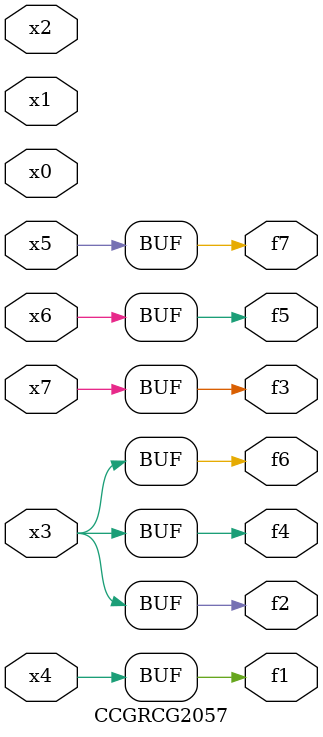
<source format=v>
module CCGRCG2057(
	input x0, x1, x2, x3, x4, x5, x6, x7,
	output f1, f2, f3, f4, f5, f6, f7
);
	assign f1 = x4;
	assign f2 = x3;
	assign f3 = x7;
	assign f4 = x3;
	assign f5 = x6;
	assign f6 = x3;
	assign f7 = x5;
endmodule

</source>
